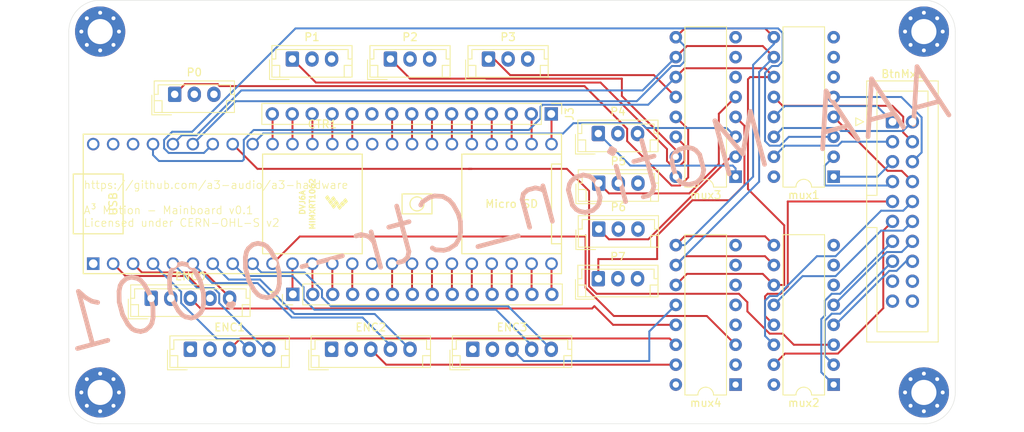
<source format=kicad_pcb>
(kicad_pcb (version 20211014) (generator pcbnew)
  (title_block (title "A³ Motion - Mainboard") (date "2021-08-04") (rev "v.0.1") (company "A3 Audio UG (haftungsbeschränkt)") (comment 3 "https://github.com/a3-audio/a3-hardware") (comment 4 "Licensed under CERN-OHL-S v2"))
  (layers (0 "F.Cu" signal) (1 "In1.Cu" signal) (2 "In2.Cu" signal) (31 "B.Cu" signal) (34 "B.Paste" user) (35 "F.Paste" user) (36 "B.SilkS" user "B.Silkscreen") (37 "F.SilkS" user "F.Silkscreen") (38 "B.Mask" user) (39 "F.Mask" user) (44 "Edge.Cuts" user))
  (net 0 "")
  (net 1 "Net-(BtnMx1-Pad1)")
  (net 2 "Net-(BtnMx1-Pad3)")
  (net 3 "Net-(BtnMx1-Pad5)")
  (net 4 "Net-(BtnMx1-Pad7)")
  (net 5 "Net-(BtnMx1-Pad9)")
  (net 6 "Net-(BtnMx1-Pad11)")
  (net 7 "Net-(BtnMx1-Pad13)")
  (net 8 "Net-(BtnMx1-Pad15)")
  (net 9 "Net-(BtnMx1-Pad17)")
  (net 10 "GND")
  (net 11 "Net-(BtnMx1-Pad2)")
  (net 12 "Net-(BtnMx1-Pad4)")
  (net 13 "Net-(BtnMx1-Pad6)")
  (net 14 "Net-(BtnMx1-Pad8)")
  (net 15 "Net-(BtnMx1-Pad10)")
  (net 16 "Net-(BtnMx1-Pad12)")
  (net 17 "Net-(BtnMx1-Pad14)")
  (net 18 "Net-(BtnMx1-Pad16)")
  (net 19 "Net-(BtnMx1-Pad18)")
  (net 20 "+3V3")
  (net 21 "Net-(CTR1-Pad48)")
  (net 22 "s0")
  (net 23 "s1")
  (net 24 "s2")
  (net 25 "mux_btnMx1")
  (net 26 "mux_btnMx2")
  (net 27 "mux_porty")
  (net 28 "Net-(CTR1-Pad39)")
  (net 29 "Net-(CTR1-Pad38)")
  (net 30 "Net-(CTR1-Pad37)")
  (net 31 "Net-(CTR1-Pad36)")
  (net 32 "Net-(CTR1-Pad35)")
  (net 33 "rEnc0_DT")
  (net 34 "rEnc0_CLK")
  (net 35 "rEnc1_DT")
  (net 36 "rEnc1_CLK")
  (net 37 "rEnc2_DT")
  (net 38 "rEnc2_CLK")
  (net 39 "rEnc3_DT")
  (net 40 "rEnc3_CLK")
  (net 41 "mux_btn_rEnc")
  (net 42 "Net-(CTR1-Pad11)")
  (net 43 "Net-(CTR1-Pad12)")
  (net 44 "Net-(CTR1-Pad13)")
  (net 45 "Net-(CTR1-Pad33)")
  (net 46 "Net-(CTR1-Pad32)")
  (net 47 "Net-(CTR1-Pad31)")
  (net 48 "Net-(CTR1-Pad30)")
  (net 49 "Net-(CTR1-Pad29)")
  (net 50 "Net-(CTR1-Pad28)")
  (net 51 "Net-(CTR1-Pad27)")
  (net 52 "Net-(CTR1-Pad26)")
  (net 53 "Net-(CTR1-Pad25)")
  (net 54 "Net-(CTR1-Pad24)")
  (net 55 "Net-(CTR1-Pad23)")
  (net 56 "Net-(CTR1-Pad22)")
  (net 57 "Net-(CTR1-Pad21)")
  (net 58 "Net-(CTR1-Pad14)")
  (net 59 "Net-(CTR1-Pad16)")
  (net 60 "Net-(CTR1-Pad20)")
  (net 61 "Net-(CTR1-Pad19)")
  (net 62 "Net-(CTR1-Pad18)")
  (net 63 "Net-(CTR1-Pad17)")
  (net 64 "Net-(ENC0-Pad3)")
  (net 65 "Net-(ENC1-Pad3)")
  (net 66 "Net-(ENC2-Pad3)")
  (net 67 "Net-(ENC3-Pad3)")
  (net 68 "Net-(P4-Pad1)")
  (net 69 "Net-(P6-Pad1)")
  (net 70 "Net-(P7-Pad1)")
  (net 71 "Net-(P3-Pad1)")
  (net 72 "Net-(P5-Pad1)")
  (net 73 "Net-(P0-Pad1)")
  (net 74 "Net-(P1-Pad1)")
  (net 75 "Net-(P2-Pad1)")
  (net 76 "Net-(mux4-Pad5)")
  (net 77 "Net-(mux4-Pad4)")
  (net 78 "Net-(mux4-Pad2)")
  (net 79 "Net-(mux4-Pad1)")
  (footprint "teensy:Teensy41_my" (layer "F.Cu") (at 110.825001 58.965001)
    (fp_text reference "CTR1")
    (fp_text value "Teensy4.1")
  )
  (footprint "Connector_JST:JST_EH_B5B-EH-A_1x05_P2.50mm_Vertical" (layer "F.Cu") (at 89 71)
    (fp_text reference "ENC0")
    (fp_text value "Conn_01x05")
  )
  (footprint "Connector_JST:JST_EH_B5B-EH-A_1x05_P2.50mm_Vertical" (layer "F.Cu") (at 94 77.5)
    (fp_text reference "ENC1")
    (fp_text value "Conn_01x05")
  )
  (footprint "Connector_JST:JST_EH_B5B-EH-A_1x05_P2.50mm_Vertical" (layer "F.Cu") (at 112 77.5)
    (fp_text reference "ENC2")
    (fp_text value "Conn_01x05")
  )
  (footprint "Connector_JST:JST_EH_B5B-EH-A_1x05_P2.50mm_Vertical" (layer "F.Cu") (at 130 77.5)
    (fp_text reference "ENC3")
    (fp_text value "Conn_01x05")
  )
  (footprint "Connector_PinHeader_2.54mm:PinHeader_1x14_P2.54mm_Vertical" (layer "F.Cu") (at 107.06 70.5 90)
    (fp_text reference "J1")
    (fp_text value "Conn_01x14_Male")
  )
  (footprint "Package_DIP:DIP-16_W7.62mm" (layer "F.Cu") (at 176 82 180)
    (fp_text reference "mux2")
    (fp_text value "74HC4051")
  )
  (footprint "Package_DIP:DIP-16_W7.62mm" (layer "F.Cu") (at 163.5 55.5 180)
    (fp_text reference "mux3")
    (fp_text value "74HC4051")
  )
  (footprint "Package_DIP:DIP-16_W7.62mm" (layer "F.Cu") (at 163.5 82 180)
    (fp_text reference "mux4")
    (fp_text value "74HC4051")
  )
  (footprint "Connector_JST:JST_EH_B3B-EH-A_1x03_P2.50mm_Vertical" (layer "F.Cu") (at 92 45)
    (fp_text reference "P0")
    (fp_text value "Conn_01x03")
  )
  (footprint "Connector_JST:JST_EH_B3B-EH-A_1x03_P2.50mm_Vertical" (layer "F.Cu") (at 107 40.5)
    (fp_text reference "P1")
    (fp_text value "Conn_01x03")
  )
  (footprint "Connector_JST:JST_EH_B3B-EH-A_1x03_P2.50mm_Vertical" (layer "F.Cu") (at 119.5 40.5)
    (fp_text reference "P2")
    (fp_text value "Conn_01x03")
  )
  (footprint "Connector_JST:JST_EH_B3B-EH-A_1x03_P2.50mm_Vertical" (layer "F.Cu") (at 132 40.5)
    (fp_text reference "P3")
    (fp_text value "Conn_01x03")
  )
  (footprint "Connector_JST:JST_EH_B3B-EH-A_1x03_P2.50mm_Vertical" (layer "F.Cu") (at 146 50)
    (fp_text reference "P4")
    (fp_text value "Conn_01x03")
  )
  (footprint "Connector_JST:JST_EH_B3B-EH-A_1x03_P2.50mm_Vertical" (layer "F.Cu") (at 146.055001 56.325001)
    (fp_text reference "P5")
    (fp_text value "Conn_01x03")
  )
  (footprint "Connector_JST:JST_EH_B3B-EH-A_1x03_P2.50mm_Vertical" (layer "F.Cu") (at 146.055001 62.175001)
    (fp_text reference "P6")
    (fp_text value "Conn_01x03")
  )
  (footprint "Connector_JST:JST_EH_B3B-EH-A_1x03_P2.50mm_Vertical" (layer "F.Cu") (at 146 68.5)
    (fp_text reference "P7")
    (fp_text value "Conn_01x03")
  )
  (footprint "Connector_PinHeader_2.54mm:PinHeader_1x15_P2.54mm_Vertical" (layer "F.Cu") (at 140 47.5 -90)
    (fp_text reference "J3")
    (fp_text value "Conn_01x15_Male")
  )
  (footprint "Connector_IDC:IDC-Header_2x10_P2.54mm_Vertical" (layer "F.Cu") (at 183.5 48.5)
    (fp_text reference "BtnMx1")
    (fp_text value "Conn_02x09_Counter_Clockwise")
  )
  (footprint "Package_DIP:DIP-16_W7.62mm" (layer "F.Cu") (at 176 55.5 180)
    (fp_text reference "mux1")
    (fp_text value "74HC4051")
  )
  (footprint "MountingHole:MountingHole_3.2mm_M3_Pad_Via" (layer "F.Cu") (at 187.5 37)
    (fp_text reference "REF**" hide)
    (fp_text value "MountingHole_3.2mm_M3_Pad_Via")
  )
  (footprint "MountingHole:MountingHole_3.2mm_M3_Pad_Via" (layer "F.Cu") (at 187.5 83)
    (fp_text reference "REF**" hide)
    (fp_text value "MountingHole_3.2mm_M3_Pad_Via")
  )
  (footprint "MountingHole:MountingHole_3.2mm_M3_Pad_Via" (layer "F.Cu") (at 82.5 37)
    (fp_text reference "REF**" hide)
    (fp_text value "MountingHole_3.2mm_M3_Pad_Via")
  )
  (footprint "MountingHole:MountingHole_3.2mm_M3_Pad_Via" (layer "F.Cu") (at 82.5 83)
    (fp_text reference "REF**" hide)
    (fp_text value "MountingHole_3.2mm_M3_Pad_Via")
  )
  (gr_arc (start 191.5 83) (mid 190.328427 85.828427) (end 187.5 87) (layer "Edge.Cuts") (width 0.05))
  (gr_line (start 187.5 87) (end 82.5 87) (layer "Edge.Cuts") (width 0.05))
  (gr_arc (start 82.5 87) (mid 79.671573 85.828427) (end 78.5 83) (layer "Edge.Cuts") (width 0.05))
  (gr_arc (start 78.5 37) (mid 79.671573 34.171573) (end 82.5 33) (layer "Edge.Cuts") (width 0.05))
  (gr_line (start 78.5 37) (end 78.5 83) (layer "Edge.Cuts") (width 0.05))
  (gr_line (start 82.5 33) (end 187.5 33) (layer "Edge.Cuts") (width 0.05))
  (gr_arc (start 187.5 33) (mid 190.328427 34.171573) (end 191.5 37) (layer "Edge.Cuts") (width 0.05))
  (gr_line (start 191.5 37) (end 191.5 83) (layer "Edge.Cuts") (width 0.05))
  (gr_text "AAA Motion_Ctr-0.001" (at 134 59.5 15) (layer "B.SilkS") (effects (font (size 7 7) (thickness 0.6)) (justify mirror)))
  (gr_text "https://github.com/a3-audio/a3-hardware\n\nA³ Motion - Mainboard v0.1\nLicensed under CERN-OHL-S v2\n" (at 80.345001 58.965001) (layer "F.SilkS") (effects (font (size 1 1) (thickness 0.1)) (justify left)))
  (segment (start 168.38 47.88) (end 169.76 46.5) (width 0.25) (layer "B.Cu") (net 1))
  (segment (start 181.5 46.5) (end 183.5 48.5) (width 0.25) (layer "B.Cu") (net 1))
  (segment (start 169.76 46.5) (end 181.5 46.5) (width 0.25) (layer "B.Cu") (net 1))
  (segment (start 176.540001 51.545001) (end 169.794999 51.545001) (width 0.25) (layer "B.Cu") (net 2))
  (segment (start 177.045002 51.04) (end 176.540001 51.545001) (width 0.25) (layer "B.Cu") (net 2))
  (segment (start 183.5 51.04) (end 177.045002 51.04) (width 0.25) (layer "B.Cu") (net 2))
  (segment (start 169.794999 51.545001) (end 168.38 52.96) (width 0.25) (layer "B.Cu") (net 2))
  (segment (start 176 55.5) (end 181.58 55.5) (width 0.25) (layer "B.Cu") (net 3))
  (segment (start 181.58 55.5) (end 183.5 53.58) (width 0.25) (layer "B.Cu") (net 3))
  (segment (start 174.874999 56.560001) (end 174.939999 56.625001) (width 0.25) (layer "B.Cu") (net 4))
  (segment (start 182.994999 56.625001) (end 183.5 56.12) (width 0.25) (layer "B.Cu") (net 4))
  (segment (start 174.939999 56.625001) (end 182.994999 56.625001) (width 0.25) (layer "B.Cu") (net 4))
  (segment (start 176 52.96) (end 174.874999 54.085001) (width 0.25) (layer "B.Cu") (net 4))
  (segment (start 174.874999 54.085001) (end 174.874999 56.560001) (width 0.25) (layer "B.Cu") (net 4))
  (segment (start 167.574999 70.425001) (end 169.211409 70.425001) (width 0.25) (layer "F.Cu") (net 5))
  (segment (start 167.254999 73.254999) (end 167.254999 70.745001) (width 0.25) (layer "F.Cu") (net 5))
  (segment (start 168.38 74.38) (end 167.254999 73.254999) (width 0.25) (layer "F.Cu") (net 5))
  (segment (start 170.15001 58.65001) (end 170.16 58.66) (width 0.25) (layer "F.Cu") (net 5))
  (segment (start 169.211409 70.425001) (end 170.15001 69.4864) (width 0.25) (layer "F.Cu") (net 5))
  (segment (start 170.16 58.66) (end 183.5 58.66) (width 0.25) (layer "F.Cu") (net 5))
  (segment (start 170.15001 69.4864) (end 170.15001 58.65001) (width 0.25) (layer "F.Cu") (net 5))
  (segment (start 167.254999 70.745001) (end 167.574999 70.425001) (width 0.25) (layer "F.Cu") (net 5))
  (segment (start 182.324999 72.260003) (end 176.540001 78.045001) (width 0.25) (layer "F.Cu") (net 6))
  (segment (start 182.324999 62.375001) (end 182.324999 72.260003) (width 0.25) (layer "F.Cu") (net 6))
  (segment (start 169.794999 78.045001) (end 168.38 79.46) (width 0.25) (layer "F.Cu") (net 6))
  (segment (start 176.540001 78.045001) (end 169.794999 78.045001) (width 0.25) (layer "F.Cu") (net 6))
  (segment (start 183.5 61.2) (end 182.324999 62.375001) (width 0.25) (layer "F.Cu") (net 6))
  (segment (start 174.424989 73.653599) (end 174.424989 80.424989) (width 0.25) (layer "B.Cu") (net 7))
  (segment (start 174.874999 73.203589) (end 174.424989 73.653599) (width 0.25) (layer "B.Cu") (net 7))
  (segment (start 183.5 63.74) (end 176.814999 70.425001) (width 0.25) (layer "B.Cu") (net 7))
  (segment (start 175.749997 70.425001) (end 174.874999 71.299999) (width 0.25) (layer "B.Cu") (net 7))
  (segment (start 174.874999 71.299999) (end 174.874999 73.203589) (width 0.25) (layer "B.Cu") (net 7))
  (segment (start 176.814999 70.425001) (end 175.749997 70.425001) (width 0.25) (layer "B.Cu") (net 7))
  (segment (start 174.424989 80.424989) (end 176 82) (width 0.25) (layer "B.Cu") (net 7))
  (segment (start 176.814999 72.965001) (end 175.749997 72.965001) (width 0.25) (layer "B.Cu") (net 8))
  (segment (start 175.749997 72.965001) (end 174.874999 73.839999) (width 0.25) (layer "B.Cu") (net 8))
  (segment (start 174.874999 78.334999) (end 176 79.46) (width 0.25) (layer "B.Cu") (net 8))
  (segment (start 183.5 66.28) (end 176.814999 72.965001) (width 0.25) (layer "B.Cu") (net 8))
  (segment (start 174.874999 73.839999) (end 174.874999 78.334999) (width 0.25) (layer "B.Cu") (net 8))
  (segment (start 186.04 48.5) (end 186 48.5) (width 0.25) (layer "B.Cu") (net 11))
  (segment (start 184.82499 49.67501) (end 176.920012 49.67501) (width 0.25) (layer "B.Cu") (net 11))
  (segment (start 176.920012 49.67501) (end 176.540001 49.294999) (width 0.25) (layer "B.Cu") (net 11))
  (segment (start 169.505001 49.294999) (end 168.38 50.42) (width 0.25) (layer "B.Cu") (net 11))
  (segment (start 186 48.5) (end 184.82499 49.67501) (width 0.25) (layer "B.Cu") (net 11))
  (segment (start 176.540001 49.294999) (end 169.505001 49.294999) (width 0.25) (layer "B.Cu") (net 11))
  (segment (start 168.38 45.34) (end 169.505001 46.465001) (width 0.25) (layer "F.Cu") (net 12))
  (segment (start 169.505001 46.465001) (end 183.478191 46.465001) (width 0.25) (layer "F.Cu") (net 12))
  (segment (start 184.864999 47.851809) (end 184.864999 49.864999) (width 0.25) (layer "F.Cu") (net 12))
  (segment (start 184.864999 49.864999) (end 186.04 51.04) (width 0.25) (layer "F.Cu") (net 12))
  (segment (start 183.478191 46.465001) (end 184.864999 47.851809) (width 0.25) (layer "F.Cu") (net 12))
  (segment (start 184.619002 45.34) (end 187.215001 47.935999) (width 0.25) (layer "B.Cu") (net 13))
  (segment (start 176 45.34) (end 176 45.5) (width 0.25) (layer "B.Cu") (net 13))
  (segment (start 187.215001 47.935999) (end 187.215001 52.404999) (width 0.25) (layer "B.Cu") (net 13))
  (segment (start 176 45.34) (end 184.619002 45.34) (width 0.25) (layer "B.Cu") (net 13))
  (segment (start 186.12 53.5) (end 186.04 53.58) (width 0.25) (layer "B.Cu") (net 13))
  (segment (start 187.215001 52.404999) (end 186.04 53.58) (width 0.25) (layer "B.Cu") (net 13))
  (segment (start 184.675001 54.755001) (end 186.04 56.12) (width 0.25) (layer "F.Cu") (net 14))
  (segment (start 182.875001 54.755001) (end 184.675001 54.755001) (width 0.25) (layer "F.Cu") (net 14))
  (segment (start 176 47.88) (end 182.875001 54.755001) (width 0.25) (layer "F.Cu") (net 14))
  (segment (start 167.254999 75.794999) (end 168.38 76.92) (width 0.25) (layer "B.Cu") (net 15))
  (segment (start 168.785001 70.714999) (end 167.839999 70.714999) (width 0.25) (layer "B.Cu") (net 15))
  (segment (start 167.839999 70.714999) (end 167.254999 71.299999) (width 0.25) (layer "B.Cu") (net 15))
  (segment (start 182.050001 59.835001) (end 176.250003 65.634999) (width 0.25) (layer "B.Cu") (net 15))
  (segment (start 186.04 58.66) (end 184.864999 59.835001) (width 0.25) (layer "B.Cu") (net 15))
  (segment (start 173.865001 65.634999) (end 168.785001 70.714999) (width 0.25) (layer "B.Cu") (net 15))
  (segment (start 167.254999 71.299999) (end 167.254999 75.794999) (width 0.25) (layer "B.Cu") (net 15))
  (segment (start 184.864999 59.835001) (end 182.050001 59.835001) (width 0.25) (layer "B.Cu") (net 15))
  (segment (start 176.250003 65.634999) (end 173.865001 65.634999) (width 0.25) (layer "B.Cu") (net 15))
  (segment (start 182.050001 62.375001) (end 176.250003 68.174999) (width 0.25) (layer "B.Cu") (net 16))
  (segment (start 184.864999 62.375001) (end 182.050001 62.375001) (width 0.25) (layer "B.Cu") (net 16))
  (segment (start 172.045001 68.174999) (end 168.38 71.84) (width 0.25) (layer "B.Cu") (net 16))
  (segment (start 176.250003 68.174999) (end 172.045001 68.174999) (width 0.25) (layer "B.Cu") (net 16))
  (segment (start 186.04 61.2) (end 184.864999 62.375001) (width 0.25) (layer "B.Cu") (net 16))
  (segment (start 184.675001 65.104999) (end 182.771411 65.104999) (width 0.25) (layer "B.Cu") (net 17))
  (segment (start 182.771411 65.104999) (end 176.03641 71.84) (width 0.25) (layer "B.Cu") (net 17))
  (segment (start 176.03641 71.84) (end 176 71.84) (width 0.25) (layer "B.Cu") (net 17))
  (segment (start 186.04 63.74) (end 184.675001 65.104999) (width 0.25) (layer "B.Cu") (net 17))
  (segment (start 186.04 66.28) (end 185.239002 66.28) (width 0.25) (layer "B.Cu") (net 18))
  (segment (start 176.200998 74.38) (end 176 74.38) (width 0.25) (layer "B.Cu") (net 18))
  (segment (start 183.080998 67.5) (end 176.200998 74.38) (width 0.25) (layer "B.Cu") (net 18))
  (segment (start 185.239002 66.28) (end 184.019002 67.5) (width 0.25) (layer "B.Cu") (net 18))
  (segment (start 184.019002 67.5) (end 183.080998 67.5) (width 0.25) (layer "B.Cu") (net 18))
  (segment (start 166.965001 67.885001) (end 168.38 69.3) (width 0.25) (layer "F.Cu") (net 22))
  (segment (start 168.38 69.3) (end 169.7 69.3) (width 0.25) (layer "F.Cu") (net 22))
  (segment (start 157.294999 67.885001) (end 166.965001 67.885001) (width 0.25) (layer "F.Cu") (net 22))
  (segment (start 169.7 69.3) (end 169.7 61.7) (width 0.25) (layer "F.Cu") (net 22))
  (segment (start 165.075011 43.075011) (end 165.350022 42.8) (width 0.25) (layer "F.Cu") (net 22))
  (segment (start 169.7 61.7) (end 165.075011 57.075011) (width 0.25) (layer "F.Cu") (net 22))
  (segment (start 165.075011 57.075011) (end 165.075011 43.075011) (width 0.25) (layer "F.Cu") (net 22))
  (segment (start 155.88 69.3) (end 157.294999 67.885001) (width 0.25) (layer "F.Cu") (net 22))
  (segment (start 167.254999 41.674999) (end 168.38 42.8) (width 0.25) (layer "F.Cu") (net 22))
  (segment (start 165.350022 42.8) (end 168.38 42.8) (width 0.25) (layer "F.Cu") (net 22))
  (segment (start 157.005001 41.674999) (end 167.254999 41.674999) (width 0.25) (layer "F.Cu") (net 22))
  (segment (start 155.88 42.8) (end 157.005001 41.674999) (width 0.25) (layer "F.Cu") (net 22))
  (segment (start 138.635001 46.579997) (end 138.635001 48.064001) (width 0.25) (layer "B.Cu") (net 22))
  (segment (start 155.88 42.8) (end 152.355001 46.324999) (width 0.25) (layer "B.Cu") (net 22))
  (segment (start 137.149012 49.54999) (end 102.06501 49.54999) (width 0.25) (layer "B.Cu") (net 22))
  (segment (start 152.355001 46.324999) (end 138.889999 46.324999) (width 0.25) (layer "B.Cu") (net 22))
  (segment (start 100.62 53.5) (end 90 53.5) (width 0.25) (layer "B.Cu") (net 22))
  (segment (start 102.06501 49.54999) (end 100.81 50.805) (width 0.25) (layer "B.Cu") (net 22))
  (segment (start 138.635001 48.064001) (end 137.149012 49.54999) (width 0.25) (layer "B.Cu") (net 22))
  (segment (start 89.235001 52.735001) (end 89.235001 51.345001) (width 0.25) (layer "B.Cu") (net 22))
  (segment (start 138.889999 46.324999) (end 138.635001 46.579997) (width 0.25) (layer "B.Cu") (net 22))
  (segment (start 100.81 50.805) (end 100.81 53.31) (width 0.25) (layer "B.Cu") (net 22))
  (segment (start 100.81 53.31) (end 100.62 53.5) (width 0.25) (layer "B.Cu") (net 22))
  (segment (start 90 53.5) (end 89.235001 52.735001) (width 0.25) (layer "B.Cu") (net 22))
  (segment (start 157.294999 38.845001) (end 166.965001 38.845001) (width 0.25) (layer "F.Cu") (net 23))
  (segment (start 155.88 66.76) (end 157.005001 65.634999) (width 0.25) (layer "F.Cu") (net 23))
  (segment (start 166.965001 38.845001) (end 168.38 40.26) (width 0.25) (layer "F.Cu") (net 23))
  (segment (start 167.254999 65.634999) (end 168.38 66.76) (width 0.25) (layer "F.Cu") (net 23))
  (segment (start 157.005001 65.634999) (end 167.254999 65.634999) (width 0.25) (layer "F.Cu") (net 23))
  (segment (start 155.88 40.26) (end 157.294999 38.845001) (width 0.25) (layer "F.Cu") (net 23))
  (segment (start 155.88 40.26) (end 151.64 44.5) (width 0.25) (layer "B.Cu") (net 23))
  (segment (start 92.900002 50.22) (end 91.775001 51.345001) (width 0.25) (layer "B.Cu") (net 23))
  (segment (start 166.5 42.14) (end 168.38 40.26) (width 0.25) (layer "B.Cu") (net 23))
  (segment (start 100.5 44.5) (end 94.78 50.22) (width 0.25) (layer "B.Cu") (net 23))
  (segment (start 166.5 56.14) (end 166.5 42.14) (width 0.25) (layer "B.Cu") (net 23))
  (segment (start 155.88 66.76) (end 166.5 56.14) (width 0.25) (layer "B.Cu") (net 23))
  (segment (start 94.78 50.22) (end 92.900002 50.22) (width 0.25) (layer "B.Cu") (net 23))
  (segment (start 151.64 44.5) (end 100.5 44.5) (width 0.25) (layer "B.Cu") (net 23))
  (segment (start 155.88 64.22) (end 157.005001 63.094999) (width 0.25) (layer "F.Cu") (net 24))
  (segment (start 155.88 37.72) (end 157.005001 36.594999) (width 0.25) (layer "F.Cu") (net 24))
  (segment (start 167.254999 63.094999) (end 168.38 64.22) (width 0.25) (layer "F.Cu") (net 24))
  (segment (start 157.005001 63.094999) (end 167.254999 63.094999) (width 0.25) (layer "F.Cu") (net 24))
  (segment (start 157.005001 36.594999) (end 167.254999 36.594999) (width 0.25) (layer "F.Cu") (net 24))
  (segment (start 167.254999 36.594999) (end 168.38 37.72) (width 0.25) (layer "F.Cu") (net 24))
  (segment (start 155.88 37.72) (end 157.005001 38.845001) (width 0.25) (layer "B.Cu") (net 24))
  (segment (start 168.38 38.594998) (end 168.38 37.72) (width 0.25) (layer "B.Cu") (net 24))
  (segment (start 165.73137 55.5) (end 165.73137 41.243628) (width 0.25) (layer "B.Cu") (net 24))
  (segment (start 165.73137 41.243628) (end 168.38 38.594998) (width 0.25) (layer "B.Cu") (net 24))
  (segment (start 99.785013 45.874989) (end 94.315001 51.345001) (width 0.25) (layer "B.Cu") (net 24))
  (segment (start 157.01137 64.22) (end 165.73137 55.5) (width 0.25) (layer "B.Cu") (net 24))
  (segment (start 157.005001 38.845001) (end 157.005001 40.800001) (width 0.25) (layer "B.Cu") (net 24))
  (segment (start 150.901421 45.874989) (end 99.785013 45.874989) (width 0.25) (layer "B.Cu") (net 24))
  (segment (start 156.420001 41.385001) (end 155.391409 41.385001) (width 0.25) (layer "B.Cu") (net 24))
  (segment (start 155.391409 41.385001) (end 150.901421 45.874989) (width 0.25) (layer "B.Cu") (net 24))
  (segment (start 155.88 64.22) (end 157.01137 64.22) (width 0.25) (layer "B.Cu") (net 24))
  (segment (start 157.005001 40.800001) (end 156.420001 41.385001) (width 0.25) (layer "B.Cu") (net 24))
  (segment (start 169.505001 37.179999) (end 168.920001 36.594999) (width 0.25) (layer "B.Cu") (net 25))
  (segment (start 107.405001 36.594999) (end 94.23001 49.76999) (width 0.25) (layer "B.Cu") (net 25))
  (segment (start 176 50.42) (end 170.28359 50.42) (width 0.25) (layer "B.Cu") (net 25))
  (segment (start 90.65 51.885002) (end 91.235 52.470002) (width 0.25) (layer "B.Cu") (net 25))
  (segment (start 167.839999 51.545001) (end 167.254999 50.960001) (width 0.25) (layer "B.Cu") (net 25))
  (segment (start 170.28359 50.42) (end 169.158589 51.545001) (width 0.25) (layer "B.Cu") (net 25))
  (segment (start 169.505001 40.800001) (end 169.505001 37.179999) (width 0.25) (layer "B.Cu") (net 25))
  (segment (start 90.65 50.805) (end 90.65 51.885002) (width 0.25) (layer "B.Cu") (net 25))
  (segment (start 168.920001 36.594999) (end 107.405001 36.594999) (width 0.25) (layer "B.Cu") (net 25))
  (segment (start 91.235 52.470002) (end 95.73 52.470002) (width 0.25) (layer "B.Cu") (net 25))
  (segment (start 91.68501 49.76999) (end 90.65 50.805) (width 0.25) (layer "B.Cu") (net 25))
  (segment (start 168.129997 41.385001) (end 168.920001 41.385001) (width 0.25) (layer "B.Cu") (net 25))
  (segment (start 95.73 52.470002) (end 96.855001 51.345001) (width 0.25) (layer "B.Cu") (net 25))
  (segment (start 167.254999 42.259999) (end 168.129997 41.385001) (width 0.25) (layer "B.Cu") (net 25))
  (segment (start 167.254999 50.960001) (end 167.254999 42.259999) (width 0.25) (layer "B.Cu") (net 25))
  (segment (start 169.158589 51.545001) (end 167.839999 51.545001) (width 0.25) (layer "B.Cu") (net 25))
  (segment (start 168.920001 41.385001) (end 169.505001 40.800001) (width 0.25) (layer "B.Cu") (net 25))
  (segment (start 94.23001 49.76999) (end 91.68501 49.76999) (width 0.25) (layer "B.Cu") (net 25))
  (segment (start 145.786811 70.425001) (end 144.82499 69.46318) (width 0.25) (layer "F.Cu") (net 26))
  (segment (start 102.55 54.5) (end 99.395001 51.345001) (width 0.25) (layer "F.Cu") (net 26))
  (segment (start 176 76.92) (end 170.92 76.92) (width 0.25) (layer "F.Cu") (net 26))
  (segment (start 129.86181 54.5) (end 129.5 54.5) (width 0.25) (layer "F.Cu") (net 26))
  (segment (start 144.82499 57.32499) (end 142 54.5) (width 0.25) (layer "F.Cu") (net 26))
  (segment (start 169.505001 75.505001) (end 167.839999 75.505001) (width 0.25) (layer "F.Cu") (net 26))
  (segment (start 165 71.5) (end 163.925001 70.425001) (width 0.25) (layer "F.Cu") (net 26))
  (segment (start 167.839999 75.505001) (end 165 72.665002) (width 0.25) (layer "F.Cu") (net 26))
  (segment (start 163.925001 70.425001) (end 145.786811 70.425001) (width 0.25) (layer "F.Cu") (net 26))
  (segment (start 129.5 54.5) (end 102.55 54.5) (width 0.25) (layer "F.Cu") (net 26))
  (segment (start 142 54.5) (end 129.5 54.5) (width 0.25) (layer "F.Cu") (net 26))
  (segment (start 170.92 76.92) (end 169.505001 75.505001) (width 0.25) (layer "F.Cu") (net 26))
  (segment (start 165 72.665002) (end 165 71.5) (width 0.25) (layer "F.Cu") (net 26))
  (segment (start 144.82499 69.46318) (end 144.82499 57.32499) (width 0.25) (layer "F.Cu") (net 26))
  (segment (start 163.5 50.42) (end 162.374999 49.294999) (width 0.25) (layer "B.Cu") (net 27))
  (segment (start 103.280002 50) (end 101.935001 51.345001) (width 0.25) (layer "B.Cu") (net 27))
  (segment (start 152.081714 49.294999) (end 151.461716 48.675001) (width 0.25) (layer "B.Cu") (net 27))
  (segment (start 162.374999 49.294999) (end 152.081714 49.294999) (width 0.25) (layer "B.Cu") (net 27))
  (segment (start 141.5 50) (end 103.280002 50) (width 0.25) (layer "B.Cu") (net 27))
  (segment (start 142.824999 48.675001) (end 141.5 50) (width 0.25) (layer "B.Cu") (net 27))
  (segment (start 151.461716 48.675001) (end 142.824999 48.675001) (width 0.25) (layer "B.Cu") (net 27))
  (segment (start 104.475001 51.345001) (end 104.475001 47.535001) (width 0.25) (layer "F.Cu") (net 28))
  (segment (start 104.475001 47.535001) (end 104.44 47.5) (width 0.25) (layer "F.Cu") (net 28))
  (segment (start 107.015001 51.345001) (end 107.015001 47.535001) (width 0.25) (layer "F.Cu") (net 29))
  (segment (start 107.015001 47.535001) (end 106.98 47.5) (width 0.25) (layer "F.Cu") (net 29))
  (segment (start 109.555001 51.345001) (end 109.555001 47.535001) (width 0.25) (layer "F.Cu") (net 30))
  (segment (start 109.555001 47.535001) (end 109.52 47.5) (width 0.25) (layer "F.Cu") (net 30))
  (segment (start 112.095001 47.535001) (end 112.06 47.5) (width 0.25) (layer "F.Cu") (net 31))
  (segment (start 112.095001 51.345001) (end 112.095001 47.535001) (width 0.25) (layer "F.Cu") (net 31))
  (segment (start 114.635001 47.535001) (end 114.6 47.5) (width 0.25) (layer "F.Cu") (net 32))
  (segment (start 114.635001 51.345001) (end 114.635001 47.535001) (width 0.25) (layer "F.Cu") (net 32))
  (segment (start 93.660012 68.160012) (end 85.730012 68.160012) (width 0.25) (layer "F.Cu") (net 33))
  (segment (start 85.730012 68.160012) (end 84.155001 66.585001) (width 0.25) (layer "F.Cu") (net 33))
  (segment (start 96.5 71) (end 93.660012 68.160012) (width 0.25) (layer "F.Cu") (net 33))
  (segment (start 95.835002 67.710002) (end 87.820002 67.710002) (width 0.25) (layer "F.Cu") (net 34))
  (segment (start 87.820002 67.710002) (end 86.695001 66.585001) (width 0.25) (layer "F.Cu") (net 34))
  (segment (start 99 70.875) (end 95.835002 67.710002) (width 0.25) (layer "F.Cu") (net 34))
  (segment (start 99 71) (end 99 70.875) (width 0.25) (layer "F.Cu") (net 34))
  (segment (start 92.82499 71.611705) (end 92.82499 70.17499) (width 0.25) (layer "B.Cu") (net 35))
  (segment (start 97.413275 76.19999) (end 92.82499 71.611705) (width 0.25) (layer "B.Cu") (net 35))
  (segment (start 92.82499 70.17499) (end 89.235001 66.585001) (width 0.25) (layer "B.Cu") (net 35))
  (segment (start 101.5 77.5) (end 100.19999 76.19999) (width 0.25) (layer "B.Cu") (net 35))
  (segment (start 100.19999 76.19999) (end 97.413275 76.19999) (width 0.25) (layer "B.Cu") (net 35))
  (segment (start 103.563305 77.5) (end 97.67501 71.611705) (width 0.25) (layer "B.Cu") (net 36))
  (segment (start 104 77.5) (end 103.563305 77.5) (width 0.25) (layer "B.Cu") (net 36))
  (segment (start 96.986705 69.69999) (end 94.88999 69.69999) (width 0.25) (layer "B.Cu") (net 36))
  (segment (start 94.88999 69.69999) (end 91.775001 66.585001) (width 0.25) (layer "B.Cu") (net 36))
  (segment (start 97.67501 70.388295) (end 96.986705 69.69999) (width 0.25) (layer "B.Cu") (net 36))
  (segment (start 97.67501 71.611705) (end 97.67501 70.388295) (width 0.25) (layer "B.Cu") (net 36))
  (segment (start 106.95001 73.45001) (end 102.560032 69.060032) (width 0.25) (layer "B.Cu") (net 37))
  (segment (start 119.5 77.5) (end 119.5 77) (width 0.25) (layer "B.Cu") (net 37))
  (segment (start 115.95001 73.45001) (end 106.95001 73.45001) (width 0.25) (layer "B.Cu") (net 37))
  (segment (start 102.560032 69.060032) (end 96.790032 69.060032) (width 0.25) (layer "B.Cu") (net 37))
  (segment (start 96.790032 69.060032) (end 94.315001 66.585001) (width 0.25) (layer "B.Cu") (net 37))
  (segment (start 119.5 77) (end 115.95001 73.45001) (width 0.25) (layer "B.Cu") (net 37))
  (segment (start 107.274998 73) (end 102.88502 68.610022) (width 0.25) (layer "B.Cu") (net 38))
  (segment (start 122 77.5) (end 117.5 73) (width 0.25) (layer "B.Cu") (net 38))
  (segment (start 102.88502 68.610022) (end 98.880022 68.610022) (width 0.25) (layer "B.Cu") (net 38))
  (segment (start 98.880022 68.610022) (end 96.855001 66.585001) (width 0.25) (layer "B.Cu") (net 38))
  (segment (start 117.5 73) (end 107.274998 73) (width 0.25) (layer "B.Cu") (net 38))
  (segment (start 132.95001 72.45001) (end 109.811008 72.45001) (width 0.25) (layer "B.Cu") (net 39))
  (segment (start 107.005014 68.160012) (end 100.970012 68.160012) (width 0.25) (layer "B.Cu") (net 39))
  (segment (start 137.5 77.5) (end 137.5 77) (width 0.25) (layer "B.Cu") (net 39))
  (segment (start 108.424999 69.579997) (end 107.005014 68.160012) (width 0.25) (layer "B.Cu") (net 39))
  (segment (start 137.5 77) (end 132.95001 72.45001) (width 0.25) (layer "B.Cu") (net 39))
  (segment (start 108.424999 71.064001) (end 108.424999 69.579997) (width 0.25) (layer "B.Cu") (net 39))
  (segment (start 109.811008 72.45001) (end 108.424999 71.064001) (width 0.25) (layer "B.Cu") (net 39))
  (segment (start 100.970012 68.160012) (end 99.395001 66.585001) (width 0.25) (layer "B.Cu") (net 39))
  (segment (start 103.060002 67.710002) (end 101.935001 66.585001) (width 0.25) (layer "B.Cu") (net 40))
  (segment (start 111.900998 72) (end 110.775001 70.874003) (width 0.25) (layer "B.Cu") (net 40))
  (segment (start 110.775001 70.874003) (end 110.775001 69.935999) (width 0.25) (layer "B.Cu") (net 40))
  (segment (start 110.775001 69.935999) (end 108.549004 67.710002) (width 0.25) (layer "B.Cu") (net 40))
  (segment (start 140 77.5) (end 134.5 72) (width 0.25) (layer "B.Cu") (net 40))
  (segment (start 108.549004 67.710002) (end 103.060002 67.710002) (width 0.25) (layer "B.Cu") (net 40))
  (segment (start 134.5 72) (end 111.900998 72) (width 0.25) (layer "B.Cu") (net 40))
  (segment (start 144.37498 63.12502) (end 107.934982 63.12502) (width 0.25) (layer "F.Cu") (net 41))
  (segment (start 159.834999 73.254999) (end 163.5 76.92) (width 0.25) (layer "F.Cu") (net 41))
  (segment (start 107.934982 63.12502) (end 104.475001 66.585001) (width 0.25) (layer "F.Cu") (net 41))
  (segment (start 147.980399 73.254999) (end 159.834999 73.254999) (width 0.25) (layer "F.Cu") (net 41))
  (segment (start 144.37498 69.64958) (end 147.980399 73.254999) (width 0.25) (layer "F.Cu") (net 41))
  (segment (start 144.37498 63) (end 144.37498 63.12502) (width 0.25) (layer "F.Cu") (net 41))
  (segment (start 144.37498 63.12502) (end 144.37498 69.64958) (width 0.25) (layer "F.Cu") (net 41))
  (segment (start 107.015001 66.585001) (end 107.015001 70.455001) (width 0.25) (layer "F.Cu") (net 42))
  (segment (start 107.015001 70.455001) (end 107.06 70.5) (width 0.25) (layer "F.Cu") (net 42))
  (segment (start 109.555001 66.585001) (end 109.555001 70.455001) (width 0.25) (layer "F.Cu") (net 43))
  (segment (start 109.555001 70.455001) (end 109.6 70.5) (width 0.25) (layer "F.Cu") (net 43))
  (segment (start 112.095001 66.585001) (end 112.095001 70.455001) (width 0.25) (layer "F.Cu") (net 44))
  (segment (start 112.095001 70.455001) (end 112.14 70.5) (width 0.25) (layer "F.Cu") (net 44))
  (segment (start 119.715001 47.535001) (end 119.68 47.5) (width 0.25) (layer "F.Cu") (net 45))
  (segment (start 119.715001 51.345001) (end 119.715001 47.535001) (width 0.25) (layer "F.Cu") (net 45))
  (segment (start 122.255001 51.345001) (end 122.255001 47.535001) (width 0.25) (layer "F.Cu") (net 46))
  (segment (start 122.255001 47.535001) (end 122.22 47.5) (width 0.25) (layer "F.Cu") (net 46))
  (segment (start 124.795001 47.535001) (end 124.76 47.5) (width 0.25) (layer "F.Cu") (net 47))
  (segment (start 124.795001 51.345001) (end 124.795001 47.535001) (width 0.25) (layer "F.Cu") (net 47))
  (segment (start 127.335001 47.535001) (end 127.3 47.5) (width 0.25) (layer "F.Cu") (net 48))
  (segment (start 127.335001 51.345001) (end 127.335001 47.535001) (width 0.25) (layer "F.Cu") (net 48))
  (segment (start 129.875001 51.345001) (end 129.875001 47.535001) (width 0.25) (layer "F.Cu") (net 49))
  (segment (start 129.875001 47.535001) (end 129.84 47.5) (width 0.25) (layer "F.Cu") (net 49))
  (segment (start 132.415001 51.345001) (end 132.415001 47.535001) (width 0.25) (layer "F.Cu") (net 50))
  (segment (start 132.415001 47.535001) (end 132.38 47.5) (width 0.25) (layer "F.Cu") (net 50))
  (segment (start 134.955001 47.535001) (end 134.92 47.5) (width 0.25) (layer "F.Cu") (net 51))
  (segment (start 134.955001 51.345001) (end 134.955001 47.535001) (width 0.25) (layer "F.Cu") (net 51))
  (segment (start 137.495001 47.535001) (end 137.46 47.5) (width 0.25) (layer "F.Cu") (net 52))
  (segment (start 137.495001 51.345001) (end 137.495001 47.535001) (width 0.25) (layer "F.Cu") (net 52))
  (segment (start 140.035001 47.535001) (end 140 47.5) (width 0.25) (layer "F.Cu") (net 53))
  (segment (start 140.035001 51.345001) (end 140.035001 47.535001) (width 0.25) (layer "F.Cu") (net 53))
  (segment (start 140.035001 66.585001) (end 140.035001 70.455001) (width 0.25) (layer "F.Cu") (net 54))
  (segment (start 140.035001 70.455001) (end 140.08 70.5) (width 0.25) (layer "F.Cu") (net 54))
  (segment (start 137.495001 70.455001) (end 137.54 70.5) (width 0.25) (layer "F.Cu") (net 55))
  (segment (start 137.495001 66.585001) (end 137.495001 70.455001) (width 0.25) (layer "F.Cu") (net 55))
  (segment (start 134.955001 70.455001) (end 135 70.5) (width 0.25) (layer "F.Cu") (net 56))
  (segment (start 134.955001 66.585001) (end 134.955001 70.455001) (width 0.25) (layer "F.Cu") (net 56))
  (segment (start 132.415001 66.585001) (end 132.415001 70.455001) (width 0.25) (layer "F.Cu") (net 57))
  (segment (start 132.415001 70.455001) (end 132.46 70.5) (width 0.25) (layer "F.Cu") (net 57))
  (segment (start 114.635001 66.585001) (end 114.635001 70.455001) (width 0.25) (layer "F.Cu") (net 58))
  (segment (start 114.635001 70.455001) (end 114.68 70.5) (width 0.25) (layer "F.Cu") (net 58))
  (segment (start 119.715001 66.585001) (end 119.715001 70.455001) (width 0.25) (layer "F.Cu") (net 59))
  (segment (start 119.715001 70.455001) (end 119.76 70.5) (width 0.25) (layer "F.Cu") (net 59))
  (segment (start 129.875001 70.455001) (end 129.92 70.5) (width 0.25) (layer "F.Cu") (net 60))
  (segment (start 129.875001 66.585001) (end 129.875001 70.455001) (width 0.25) (layer "F.Cu") (net 60))
  (segment (start 127.335001 70.455001) (end 127.38 70.5) (width 0.25) (layer "F.Cu") (net 61))
  (segment (start 127.335001 66.585001) (end 127.335001 70.455001) (width 0.25) (layer "F.Cu") (net 61))
  (segment (start 124.795001 66.585001) (end 124.795001 70.455001) (width 0.25) (layer "F.Cu") (net 62))
  (segment (start 124.795001 70.455001) (end 124.84 70.5) (width 0.25) (layer "F.Cu") (net 62))
  (segment (start 122.255001 70.455001) (end 122.3 70.5) (width 0.25) (layer "F.Cu") (net 63))
  (segment (start 122.255001 66.585001) (end 122.255001 70.455001) (width 0.25) (layer "F.Cu") (net 63))
  (segment (start 147.88 74.38) (end 145.5 72) (width 0.25) (layer "F.Cu") (net 64))
  (segment (start 145.19999 72.30001) (end 95.30001 72.30001) (width 0.25) (layer "F.Cu") (net 64))
  (segment (start 145.5 72) (end 145.19999 72.30001) (width 0.25) (layer "F.Cu") (net 64))
  (segment (start 95.30001 72.30001) (end 94 71) (width 0.25) (layer "F.Cu") (net 64))
  (segment (start 155.88 74.38) (end 147.88 74.38) (width 0.25) (layer "F.Cu") (net 64))
  (segment (start 100.379999 76.120001) (end 99 77.5) (width 0.25) (layer "F.Cu") (net 65))
  (segment (start 155.88 76.92) (end 155.080001 76.120001) (width 0.25) (layer "F.Cu") (net 65))
  (segment (start 155.080001 76.120001) (end 100.379999 76.120001) (width 0.25) (layer "F.Cu") (net 65))
  (segment (start 155.88 79.46) (end 118.96 79.46) (width 0.25) (layer "F.Cu") (net 66))
  (segment (start 118.96 79.46) (end 117 77.5) (width 0.25) (layer "F.Cu") (net 66))
  (segment (start 155.88 71.84) (end 152.5 75.22) (width 0.25) (layer "B.Cu") (net 67))
  (segment (start 152.5 75.22) (end 152.5 79) (width 0.25) (layer "B.Cu") (net 67))
  (segment (start 136.5 79) (end 135 77.5) (width 0.25) (layer "B.Cu") (net 67))
  (segment (start 152.5 79) (end 136.5 79) (width 0.25) (layer "B.Cu") (net 67))
  (segment (start 163.5 55.5) (end 163.5 54.45) (width 0.25) (layer "B.Cu") (net 68))
  (segment (start 150.085001 54.085001) (end 146 50) (width 0.25) (layer "B.Cu") (net 68))
  (segment (start 163.5 54.45) (end 163.135001 54.085001) (width 0.25) (layer "B.Cu") (net 68))
  (segment (start 163.135001 54.085001) (end 150.085001 54.085001) (width 0.25) (layer "B.Cu") (net 68))
  (segment (start 146.055001 62.175001) (end 147.355011 63.475011) (width 0.25) (layer "F.Cu") (net 69))
  (segment (start 147.355011 63.475011) (end 152.388579 63.475011) (width 0.25) (layer "F.Cu") (net 69))
  (segment (start 152.388579 63.475011) (end 162.90359 52.96) (width 0.25) (layer "F.Cu") (net 69))
  (segment (start 162.90359 52.96) (end 163.5 52.96) (width 0.25) (layer "F.Cu") (net 69))
  (segment (start 158 58.5) (end 162.685002 58.5) (width 0.25) (layer "F.Cu") (net 70))
  (segment (start 164.625001 49.005001) (end 163.5 47.88) (width 0.25) (layer "F.Cu") (net 70))
  (segment (start 162.685002 58.5) (end 164.625001 56.560001) (width 0.25) (layer "F.Cu") (net 70))
  (segment (start 164.625001 56.560001) (end 164.625001 49.005001) (width 0.25) (layer "F.Cu") (net 70))
  (segment (start 146 66) (end 153.5 66) (width 0.25) (layer "F.Cu") (net 70))
  (segment (start 153.5 63) (end 158 58.5) (width 0.25) (layer "F.Cu") (net 70))
  (segment (start 146 68.5) (end 146 66) (width 0.25) (layer "F.Cu") (net 70))
  (segment (start 153.5 66) (end 153.5 63) (width 0.25) (layer "F.Cu") (net 70))
  (segment (start 153.08999 42.54999) (end 155.88 45.34) (width 0.25) (layer "F.Cu") (net 71))
  (segment (start 134.763275 42.54999) (end 153.08999 42.54999) (width 0.25) (layer "F.Cu") (net 71))
  (segment (start 132.713285 40.5) (end 134.763275 42.54999) (width 0.25) (layer "F.Cu") (net 71))
  (segment (start 132 40.5) (end 132.713285 40.5) (width 0.25) (layer "F.Cu") (net 71))
  (segment (start 161.36359 53.86359) (end 161.36359 47.47641) (width 0.25) (layer "F.Cu") (net 72))
  (segment (start 157.602169 57.625011) (end 161.36359 53.86359) (width 0.25) (layer "F.Cu") (net 72))
  (segment (start 147.355011 57.625011) (end 157.602169 57.625011) (width 0.25) (layer "F.Cu") (net 72))
  (segment (start 146.055001 56.325001) (end 147.355011 57.625011) (width 0.25) (layer "F.Cu") (net 72))
  (segment (start 161.36359 47.47641) (end 163.5 45.34) (width 0.25) (layer "F.Cu") (net 72))
  (segment (start 157.45501 49.45501) (end 157.45501 55.589992) (width 0.25) (layer "F.Cu") (net 73))
  (segment (start 144.236725 43.95001) (end 97.736725 43.95001) (width 0.25) (layer "F.Cu") (net 73))
  (segment (start 157.45501 55.589992) (end 156.420001 56.625001) (width 0.25) (layer "F.Cu") (net 73))
  (segment (start 155.339999 56.625001) (end 149.67501 50.960012) (width 0.25) (layer "F.Cu") (net 73))
  (segment (start 93.30001 43.69999) (end 92 45) (width 0.25) (layer "F.Cu") (net 73))
  (segment (start 156.420001 56.625001) (end 155.339999 56.625001) (width 0.25) (layer "F.Cu") (net 73))
  (segment (start 149.67501 49.388295) (end 144.236725 43.95001) (width 0.25) (layer "F.Cu") (net 73))
  (segment (start 155.88 47.88) (end 157.45501 49.45501) (width 0.25) (layer "F.Cu") (net 73))
  (segment (start 97.736725 43.95001) (end 97.486705 43.69999) (width 0.25) (layer "F.Cu") (net 73))
  (segment (start 97.486705 43.69999) (end 93.30001 43.69999) (width 0.25) (layer "F.Cu") (net 73))
  (segment (start 149.67501 50.960012) (end 149.67501 49.388295) (width 0.25) (layer "F.Cu") (net 73))
  (segment (start 157.005001 51.545001) (end 155.88 50.42) (width 0.25) (layer "F.Cu") (net 74))
  (segment (start 146.286715 43.5) (end 154.754999 51.968284) (width 0.25) (layer "F.Cu") (net 74))
  (segment (start 110 43.5) (end 146.286715 43.5) (width 0.25) (layer "F.Cu") (net 74))
  (segment (start 155.339999 54.085001) (end 156.420001 54.085001) (width 0.25) (layer "F.Cu") (net 74))
  (segment (start 107 40.5) (end 110 43.5) (width 0.25) (layer "F.Cu") (net 74))
  (segment (start 154.754999 51.968284) (end 154.754999 53.500001) (width 0.25) (layer "F.Cu") (net 74))
  (segment (start 154.754999 53.500001) (end 155.339999 54.085001) (width 0.25) (layer "F.Cu") (net 74))
  (segment (start 156.420001 54.085001) (end 157.005001 53.500001) (width 0.25) (layer "F.Cu") (net 74))
  (segment (start 157.005001 53.500001) (end 157.005001 51.545001) (width 0.25) (layer "F.Cu") (net 74))
  (segment (start 119.5 40.5) (end 122 43) (width 0.25) (layer "F.Cu") (net 75))
  (segment (start 149 43) (end 149 45.205002) (width 0.25) (layer "F.Cu") (net 75))
  (segment (start 155.88 52.085002) (end 155.88 52.96) (width 0.25) (layer "F.Cu") (net 75))
  (segment (start 122 43) (end 149 43) (width 0.25) (layer "F.Cu") (net 75))
  (segment (start 149 45.205002) (end 155.88 52.085002) (width 0.25) (layer "F.Cu") (net 75))
)
</source>
